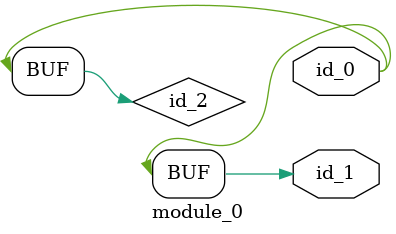
<source format=v>
module module_0 (
    output id_0,
    output id_1
);
  assign id_0 = (id_2);
  assign id_1 = id_2;
endmodule

</source>
